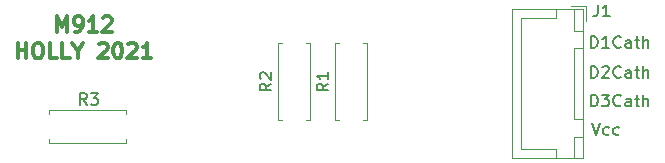
<source format=gbr>
%TF.GenerationSoftware,KiCad,Pcbnew,5.1.6-c6e7f7d~87~ubuntu18.04.1*%
%TF.CreationDate,2021-03-30T11:16:12+09:00*%
%TF.ProjectId,M912,4d393132-2e6b-4696-9361-645f70636258,rev?*%
%TF.SameCoordinates,Original*%
%TF.FileFunction,Legend,Top*%
%TF.FilePolarity,Positive*%
%FSLAX46Y46*%
G04 Gerber Fmt 4.6, Leading zero omitted, Abs format (unit mm)*
G04 Created by KiCad (PCBNEW 5.1.6-c6e7f7d~87~ubuntu18.04.1) date 2021-03-30 11:16:12*
%MOMM*%
%LPD*%
G01*
G04 APERTURE LIST*
%ADD10C,0.150000*%
%ADD11C,0.300000*%
%ADD12C,0.120000*%
G04 APERTURE END LIST*
D10*
X168640428Y-94686380D02*
X168640428Y-93686380D01*
X168878523Y-93686380D01*
X169021380Y-93734000D01*
X169116619Y-93829238D01*
X169164238Y-93924476D01*
X169211857Y-94114952D01*
X169211857Y-94257809D01*
X169164238Y-94448285D01*
X169116619Y-94543523D01*
X169021380Y-94638761D01*
X168878523Y-94686380D01*
X168640428Y-94686380D01*
X170164238Y-94686380D02*
X169592809Y-94686380D01*
X169878523Y-94686380D02*
X169878523Y-93686380D01*
X169783285Y-93829238D01*
X169688047Y-93924476D01*
X169592809Y-93972095D01*
X171164238Y-94591142D02*
X171116619Y-94638761D01*
X170973761Y-94686380D01*
X170878523Y-94686380D01*
X170735666Y-94638761D01*
X170640428Y-94543523D01*
X170592809Y-94448285D01*
X170545190Y-94257809D01*
X170545190Y-94114952D01*
X170592809Y-93924476D01*
X170640428Y-93829238D01*
X170735666Y-93734000D01*
X170878523Y-93686380D01*
X170973761Y-93686380D01*
X171116619Y-93734000D01*
X171164238Y-93781619D01*
X172021380Y-94686380D02*
X172021380Y-94162571D01*
X171973761Y-94067333D01*
X171878523Y-94019714D01*
X171688047Y-94019714D01*
X171592809Y-94067333D01*
X172021380Y-94638761D02*
X171926142Y-94686380D01*
X171688047Y-94686380D01*
X171592809Y-94638761D01*
X171545190Y-94543523D01*
X171545190Y-94448285D01*
X171592809Y-94353047D01*
X171688047Y-94305428D01*
X171926142Y-94305428D01*
X172021380Y-94257809D01*
X172354714Y-94019714D02*
X172735666Y-94019714D01*
X172497571Y-93686380D02*
X172497571Y-94543523D01*
X172545190Y-94638761D01*
X172640428Y-94686380D01*
X172735666Y-94686380D01*
X173069000Y-94686380D02*
X173069000Y-93686380D01*
X173497571Y-94686380D02*
X173497571Y-94162571D01*
X173449952Y-94067333D01*
X173354714Y-94019714D01*
X173211857Y-94019714D01*
X173116619Y-94067333D01*
X173069000Y-94114952D01*
X168640428Y-97226380D02*
X168640428Y-96226380D01*
X168878523Y-96226380D01*
X169021380Y-96274000D01*
X169116619Y-96369238D01*
X169164238Y-96464476D01*
X169211857Y-96654952D01*
X169211857Y-96797809D01*
X169164238Y-96988285D01*
X169116619Y-97083523D01*
X169021380Y-97178761D01*
X168878523Y-97226380D01*
X168640428Y-97226380D01*
X169592809Y-96321619D02*
X169640428Y-96274000D01*
X169735666Y-96226380D01*
X169973761Y-96226380D01*
X170069000Y-96274000D01*
X170116619Y-96321619D01*
X170164238Y-96416857D01*
X170164238Y-96512095D01*
X170116619Y-96654952D01*
X169545190Y-97226380D01*
X170164238Y-97226380D01*
X171164238Y-97131142D02*
X171116619Y-97178761D01*
X170973761Y-97226380D01*
X170878523Y-97226380D01*
X170735666Y-97178761D01*
X170640428Y-97083523D01*
X170592809Y-96988285D01*
X170545190Y-96797809D01*
X170545190Y-96654952D01*
X170592809Y-96464476D01*
X170640428Y-96369238D01*
X170735666Y-96274000D01*
X170878523Y-96226380D01*
X170973761Y-96226380D01*
X171116619Y-96274000D01*
X171164238Y-96321619D01*
X172021380Y-97226380D02*
X172021380Y-96702571D01*
X171973761Y-96607333D01*
X171878523Y-96559714D01*
X171688047Y-96559714D01*
X171592809Y-96607333D01*
X172021380Y-97178761D02*
X171926142Y-97226380D01*
X171688047Y-97226380D01*
X171592809Y-97178761D01*
X171545190Y-97083523D01*
X171545190Y-96988285D01*
X171592809Y-96893047D01*
X171688047Y-96845428D01*
X171926142Y-96845428D01*
X172021380Y-96797809D01*
X172354714Y-96559714D02*
X172735666Y-96559714D01*
X172497571Y-96226380D02*
X172497571Y-97083523D01*
X172545190Y-97178761D01*
X172640428Y-97226380D01*
X172735666Y-97226380D01*
X173069000Y-97226380D02*
X173069000Y-96226380D01*
X173497571Y-97226380D02*
X173497571Y-96702571D01*
X173449952Y-96607333D01*
X173354714Y-96559714D01*
X173211857Y-96559714D01*
X173116619Y-96607333D01*
X173069000Y-96654952D01*
X168640428Y-99639380D02*
X168640428Y-98639380D01*
X168878523Y-98639380D01*
X169021380Y-98687000D01*
X169116619Y-98782238D01*
X169164238Y-98877476D01*
X169211857Y-99067952D01*
X169211857Y-99210809D01*
X169164238Y-99401285D01*
X169116619Y-99496523D01*
X169021380Y-99591761D01*
X168878523Y-99639380D01*
X168640428Y-99639380D01*
X169545190Y-98639380D02*
X170164238Y-98639380D01*
X169830904Y-99020333D01*
X169973761Y-99020333D01*
X170069000Y-99067952D01*
X170116619Y-99115571D01*
X170164238Y-99210809D01*
X170164238Y-99448904D01*
X170116619Y-99544142D01*
X170069000Y-99591761D01*
X169973761Y-99639380D01*
X169688047Y-99639380D01*
X169592809Y-99591761D01*
X169545190Y-99544142D01*
X171164238Y-99544142D02*
X171116619Y-99591761D01*
X170973761Y-99639380D01*
X170878523Y-99639380D01*
X170735666Y-99591761D01*
X170640428Y-99496523D01*
X170592809Y-99401285D01*
X170545190Y-99210809D01*
X170545190Y-99067952D01*
X170592809Y-98877476D01*
X170640428Y-98782238D01*
X170735666Y-98687000D01*
X170878523Y-98639380D01*
X170973761Y-98639380D01*
X171116619Y-98687000D01*
X171164238Y-98734619D01*
X172021380Y-99639380D02*
X172021380Y-99115571D01*
X171973761Y-99020333D01*
X171878523Y-98972714D01*
X171688047Y-98972714D01*
X171592809Y-99020333D01*
X172021380Y-99591761D02*
X171926142Y-99639380D01*
X171688047Y-99639380D01*
X171592809Y-99591761D01*
X171545190Y-99496523D01*
X171545190Y-99401285D01*
X171592809Y-99306047D01*
X171688047Y-99258428D01*
X171926142Y-99258428D01*
X172021380Y-99210809D01*
X172354714Y-98972714D02*
X172735666Y-98972714D01*
X172497571Y-98639380D02*
X172497571Y-99496523D01*
X172545190Y-99591761D01*
X172640428Y-99639380D01*
X172735666Y-99639380D01*
X173069000Y-99639380D02*
X173069000Y-98639380D01*
X173497571Y-99639380D02*
X173497571Y-99115571D01*
X173449952Y-99020333D01*
X173354714Y-98972714D01*
X173211857Y-98972714D01*
X173116619Y-99020333D01*
X173069000Y-99067952D01*
X168735523Y-101052380D02*
X169068857Y-102052380D01*
X169402190Y-101052380D01*
X170164095Y-102004761D02*
X170068857Y-102052380D01*
X169878380Y-102052380D01*
X169783142Y-102004761D01*
X169735523Y-101957142D01*
X169687904Y-101861904D01*
X169687904Y-101576190D01*
X169735523Y-101480952D01*
X169783142Y-101433333D01*
X169878380Y-101385714D01*
X170068857Y-101385714D01*
X170164095Y-101433333D01*
X171021238Y-102004761D02*
X170926000Y-102052380D01*
X170735523Y-102052380D01*
X170640285Y-102004761D01*
X170592666Y-101957142D01*
X170545047Y-101861904D01*
X170545047Y-101576190D01*
X170592666Y-101480952D01*
X170640285Y-101433333D01*
X170735523Y-101385714D01*
X170926000Y-101385714D01*
X171021238Y-101433333D01*
D11*
X123439523Y-93316095D02*
X123439523Y-92016095D01*
X123872857Y-92944666D01*
X124306190Y-92016095D01*
X124306190Y-93316095D01*
X124987142Y-93316095D02*
X125234761Y-93316095D01*
X125358571Y-93254190D01*
X125420476Y-93192285D01*
X125544285Y-93006571D01*
X125606190Y-92758952D01*
X125606190Y-92263714D01*
X125544285Y-92139904D01*
X125482380Y-92078000D01*
X125358571Y-92016095D01*
X125110952Y-92016095D01*
X124987142Y-92078000D01*
X124925238Y-92139904D01*
X124863333Y-92263714D01*
X124863333Y-92573238D01*
X124925238Y-92697047D01*
X124987142Y-92758952D01*
X125110952Y-92820857D01*
X125358571Y-92820857D01*
X125482380Y-92758952D01*
X125544285Y-92697047D01*
X125606190Y-92573238D01*
X126844285Y-93316095D02*
X126101428Y-93316095D01*
X126472857Y-93316095D02*
X126472857Y-92016095D01*
X126349047Y-92201809D01*
X126225238Y-92325619D01*
X126101428Y-92387523D01*
X127339523Y-92139904D02*
X127401428Y-92078000D01*
X127525238Y-92016095D01*
X127834761Y-92016095D01*
X127958571Y-92078000D01*
X128020476Y-92139904D01*
X128082380Y-92263714D01*
X128082380Y-92387523D01*
X128020476Y-92573238D01*
X127277619Y-93316095D01*
X128082380Y-93316095D01*
X120096666Y-95566095D02*
X120096666Y-94266095D01*
X120096666Y-94885142D02*
X120839523Y-94885142D01*
X120839523Y-95566095D02*
X120839523Y-94266095D01*
X121706190Y-94266095D02*
X121953809Y-94266095D01*
X122077619Y-94328000D01*
X122201428Y-94451809D01*
X122263333Y-94699428D01*
X122263333Y-95132761D01*
X122201428Y-95380380D01*
X122077619Y-95504190D01*
X121953809Y-95566095D01*
X121706190Y-95566095D01*
X121582380Y-95504190D01*
X121458571Y-95380380D01*
X121396666Y-95132761D01*
X121396666Y-94699428D01*
X121458571Y-94451809D01*
X121582380Y-94328000D01*
X121706190Y-94266095D01*
X123439523Y-95566095D02*
X122820476Y-95566095D01*
X122820476Y-94266095D01*
X124491904Y-95566095D02*
X123872857Y-95566095D01*
X123872857Y-94266095D01*
X125172857Y-94947047D02*
X125172857Y-95566095D01*
X124739523Y-94266095D02*
X125172857Y-94947047D01*
X125606190Y-94266095D01*
X126968095Y-94389904D02*
X127030000Y-94328000D01*
X127153809Y-94266095D01*
X127463333Y-94266095D01*
X127587142Y-94328000D01*
X127649047Y-94389904D01*
X127710952Y-94513714D01*
X127710952Y-94637523D01*
X127649047Y-94823238D01*
X126906190Y-95566095D01*
X127710952Y-95566095D01*
X128515714Y-94266095D02*
X128639523Y-94266095D01*
X128763333Y-94328000D01*
X128825238Y-94389904D01*
X128887142Y-94513714D01*
X128949047Y-94761333D01*
X128949047Y-95070857D01*
X128887142Y-95318476D01*
X128825238Y-95442285D01*
X128763333Y-95504190D01*
X128639523Y-95566095D01*
X128515714Y-95566095D01*
X128391904Y-95504190D01*
X128330000Y-95442285D01*
X128268095Y-95318476D01*
X128206190Y-95070857D01*
X128206190Y-94761333D01*
X128268095Y-94513714D01*
X128330000Y-94389904D01*
X128391904Y-94328000D01*
X128515714Y-94266095D01*
X129444285Y-94389904D02*
X129506190Y-94328000D01*
X129630000Y-94266095D01*
X129939523Y-94266095D01*
X130063333Y-94328000D01*
X130125238Y-94389904D01*
X130187142Y-94513714D01*
X130187142Y-94637523D01*
X130125238Y-94823238D01*
X129382380Y-95566095D01*
X130187142Y-95566095D01*
X131425238Y-95566095D02*
X130682380Y-95566095D01*
X131053809Y-95566095D02*
X131053809Y-94266095D01*
X130930000Y-94451809D01*
X130806190Y-94575619D01*
X130682380Y-94637523D01*
D12*
%TO.C,R3*%
X122714000Y-99976000D02*
X122714000Y-100306000D01*
X129254000Y-99976000D02*
X122714000Y-99976000D01*
X129254000Y-100306000D02*
X129254000Y-99976000D01*
X122714000Y-102716000D02*
X122714000Y-102386000D01*
X129254000Y-102716000D02*
X122714000Y-102716000D01*
X129254000Y-102386000D02*
X129254000Y-102716000D01*
%TO.C,R2*%
X144880000Y-94266000D02*
X144550000Y-94266000D01*
X144880000Y-100806000D02*
X144880000Y-94266000D01*
X144550000Y-100806000D02*
X144880000Y-100806000D01*
X142140000Y-94266000D02*
X142470000Y-94266000D01*
X142140000Y-100806000D02*
X142140000Y-94266000D01*
X142470000Y-100806000D02*
X142140000Y-100806000D01*
%TO.C,R1*%
X149706000Y-94266000D02*
X149376000Y-94266000D01*
X149706000Y-100806000D02*
X149706000Y-94266000D01*
X149376000Y-100806000D02*
X149706000Y-100806000D01*
X146966000Y-94266000D02*
X147296000Y-94266000D01*
X146966000Y-100806000D02*
X146966000Y-94266000D01*
X147296000Y-100806000D02*
X146966000Y-100806000D01*
%TO.C,J1*%
X168231000Y-91130000D02*
X166981000Y-91130000D01*
X168231000Y-92380000D02*
X168231000Y-91130000D01*
X162731000Y-103280000D02*
X162731000Y-97730000D01*
X165681000Y-103280000D02*
X162731000Y-103280000D01*
X165681000Y-104030000D02*
X165681000Y-103280000D01*
X162731000Y-92180000D02*
X162731000Y-97730000D01*
X165681000Y-92180000D02*
X162731000Y-92180000D01*
X165681000Y-91430000D02*
X165681000Y-92180000D01*
X167931000Y-104030000D02*
X167931000Y-102230000D01*
X167181000Y-104030000D02*
X167931000Y-104030000D01*
X167181000Y-102230000D02*
X167181000Y-104030000D01*
X167931000Y-102230000D02*
X167181000Y-102230000D01*
X167931000Y-93230000D02*
X167931000Y-91430000D01*
X167181000Y-93230000D02*
X167931000Y-93230000D01*
X167181000Y-91430000D02*
X167181000Y-93230000D01*
X167931000Y-91430000D02*
X167181000Y-91430000D01*
X167931000Y-100730000D02*
X167931000Y-94730000D01*
X167181000Y-100730000D02*
X167931000Y-100730000D01*
X167181000Y-94730000D02*
X167181000Y-100730000D01*
X167931000Y-94730000D02*
X167181000Y-94730000D01*
X167941000Y-104040000D02*
X167941000Y-91420000D01*
X161971000Y-104040000D02*
X167941000Y-104040000D01*
X161971000Y-91420000D02*
X161971000Y-104040000D01*
X167941000Y-91420000D02*
X161971000Y-91420000D01*
%TO.C,R3*%
D10*
X125944333Y-99512380D02*
X125611000Y-99036190D01*
X125372904Y-99512380D02*
X125372904Y-98512380D01*
X125753857Y-98512380D01*
X125849095Y-98560000D01*
X125896714Y-98607619D01*
X125944333Y-98702857D01*
X125944333Y-98845714D01*
X125896714Y-98940952D01*
X125849095Y-98988571D01*
X125753857Y-99036190D01*
X125372904Y-99036190D01*
X126277666Y-98512380D02*
X126896714Y-98512380D01*
X126563380Y-98893333D01*
X126706238Y-98893333D01*
X126801476Y-98940952D01*
X126849095Y-98988571D01*
X126896714Y-99083809D01*
X126896714Y-99321904D01*
X126849095Y-99417142D01*
X126801476Y-99464761D01*
X126706238Y-99512380D01*
X126420523Y-99512380D01*
X126325285Y-99464761D01*
X126277666Y-99417142D01*
%TO.C,R2*%
X141592380Y-97702666D02*
X141116190Y-98036000D01*
X141592380Y-98274095D02*
X140592380Y-98274095D01*
X140592380Y-97893142D01*
X140640000Y-97797904D01*
X140687619Y-97750285D01*
X140782857Y-97702666D01*
X140925714Y-97702666D01*
X141020952Y-97750285D01*
X141068571Y-97797904D01*
X141116190Y-97893142D01*
X141116190Y-98274095D01*
X140687619Y-97321714D02*
X140640000Y-97274095D01*
X140592380Y-97178857D01*
X140592380Y-96940761D01*
X140640000Y-96845523D01*
X140687619Y-96797904D01*
X140782857Y-96750285D01*
X140878095Y-96750285D01*
X141020952Y-96797904D01*
X141592380Y-97369333D01*
X141592380Y-96750285D01*
%TO.C,R1*%
X146418380Y-97702666D02*
X145942190Y-98036000D01*
X146418380Y-98274095D02*
X145418380Y-98274095D01*
X145418380Y-97893142D01*
X145466000Y-97797904D01*
X145513619Y-97750285D01*
X145608857Y-97702666D01*
X145751714Y-97702666D01*
X145846952Y-97750285D01*
X145894571Y-97797904D01*
X145942190Y-97893142D01*
X145942190Y-98274095D01*
X146418380Y-96750285D02*
X146418380Y-97321714D01*
X146418380Y-97036000D02*
X145418380Y-97036000D01*
X145561238Y-97131238D01*
X145656476Y-97226476D01*
X145704095Y-97321714D01*
%TO.C,J1*%
X169211666Y-91019380D02*
X169211666Y-91733666D01*
X169164047Y-91876523D01*
X169068809Y-91971761D01*
X168925952Y-92019380D01*
X168830714Y-92019380D01*
X170211666Y-92019380D02*
X169640238Y-92019380D01*
X169925952Y-92019380D02*
X169925952Y-91019380D01*
X169830714Y-91162238D01*
X169735476Y-91257476D01*
X169640238Y-91305095D01*
%TD*%
M02*

</source>
